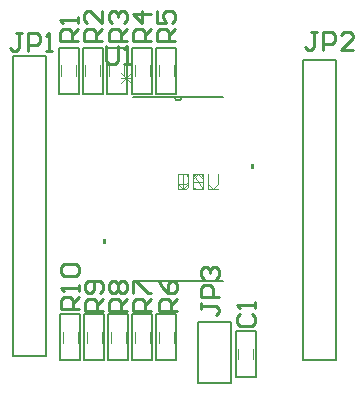
<source format=gto>
%FSTAX24Y24*%
%MOIN*%
G70*
G01*
G75*
%ADD10R,0.0550X0.0500*%
%ADD11R,0.1030X0.0240*%
%ADD12C,0.0150*%
%ADD13C,0.0500*%
%ADD14C,0.0400*%
%ADD15C,0.0300*%
%ADD16C,0.0071*%
%ADD17O,0.0850X0.0600*%
%ADD18R,0.0850X0.0600*%
%ADD19R,0.1360X0.1360*%
%ADD20C,0.1360*%
%ADD21C,0.0060*%
%ADD22C,0.0040*%
%ADD23C,0.0050*%
%ADD24C,0.0070*%
%ADD25C,0.0100*%
%ADD26C,0.0030*%
G36*
X029335Y028625D02*
X029235D01*
Y028775D01*
X029335D01*
Y028625D01*
D02*
G37*
G36*
X034265Y031125D02*
X034165D01*
Y031275D01*
X034265D01*
Y031125D01*
D02*
G37*
D21*
X03163Y03352D02*
G03*
X03187Y03352I00012J0D01*
G01*
X030255D02*
X033245D01*
X030255Y02738D02*
X033245D01*
D22*
X03375Y02478D02*
Y02512D01*
X03425Y02478D02*
Y02512D01*
X0316Y03423D02*
Y03457D01*
X0311Y03423D02*
Y03457D01*
X0308Y03423D02*
Y03457D01*
X0303Y03423D02*
Y03457D01*
X02995Y03423D02*
Y03457D01*
X02945Y03423D02*
Y03457D01*
X02915Y03423D02*
Y03457D01*
X02865Y03423D02*
Y03457D01*
X02835Y03423D02*
Y03457D01*
X02785Y03423D02*
Y03457D01*
X0311Y02533D02*
Y02567D01*
X0316Y02533D02*
Y02567D01*
X0303Y02533D02*
Y02567D01*
X0308Y02533D02*
Y02567D01*
X0295Y02533D02*
Y02567D01*
X03Y02533D02*
Y02567D01*
X0287Y02533D02*
Y02567D01*
X0292Y02533D02*
Y02567D01*
X0279Y02533D02*
Y02567D01*
X0284Y02533D02*
Y02567D01*
D23*
X03434Y02418D02*
Y02571D01*
X03367D02*
X03434D01*
X03367Y02418D02*
Y02571D01*
Y02418D02*
X03434D01*
X03102Y03363D02*
X03169D01*
X03102D02*
Y03516D01*
X03169D01*
Y03363D02*
Y03516D01*
X03022Y03363D02*
X03089D01*
X03022D02*
Y03516D01*
X03089D01*
Y03363D02*
Y03516D01*
X02937Y03363D02*
X03004D01*
X02937D02*
Y03516D01*
X03004D01*
Y03363D02*
Y03516D01*
X02857Y03363D02*
X02924D01*
X02857D02*
Y03516D01*
X02924D01*
Y03363D02*
Y03516D01*
X02777Y03363D02*
X02844D01*
X02777D02*
Y03516D01*
X02844D01*
Y03363D02*
Y03516D01*
X03101Y02627D02*
X03168D01*
Y02474D02*
Y02627D01*
X03101Y02474D02*
X03168D01*
X03101D02*
Y02627D01*
X03021D02*
X03088D01*
Y02474D02*
Y02627D01*
X03021Y02474D02*
X03088D01*
X03021D02*
Y02627D01*
X02941D02*
X03008D01*
Y02474D02*
Y02627D01*
X02941Y02474D02*
X03008D01*
X02941D02*
Y02627D01*
X02861D02*
X02928D01*
Y02474D02*
Y02627D01*
X02861Y02474D02*
X02928D01*
X02861D02*
Y02627D01*
X02781D02*
X02848D01*
Y02474D02*
Y02627D01*
X02781Y02474D02*
X02848D01*
X02781D02*
Y02627D01*
D24*
X0324Y024D02*
X0335D01*
X0324D02*
Y026014D01*
X0335Y024D02*
Y026014D01*
X0324D02*
X0335D01*
X02625Y024902D02*
X02735D01*
X02625D02*
Y0349D01*
X02735Y024902D02*
Y0349D01*
X02625D02*
X02735D01*
X0359Y024752D02*
X037D01*
X0359D02*
Y03475D01*
X037Y024752D02*
Y03475D01*
X0359D02*
X037D01*
D25*
X0338Y0263D02*
X0337Y0262D01*
Y026D01*
X0338Y0259D01*
X0342D01*
X0343Y026D01*
Y0262D01*
X0342Y0263D01*
X0343Y0265D02*
Y0267D01*
Y0266D01*
X0337D01*
X0338Y0265D01*
X0325Y02665D02*
Y02645D01*
Y02655D01*
X033D01*
X0331Y02645D01*
Y02635D01*
X033Y02625D01*
X0331Y02685D02*
X0325D01*
Y02715D01*
X0326Y02725D01*
X0328D01*
X0329Y02715D01*
Y02685D01*
X0326Y02745D02*
X0325Y02755D01*
Y02775D01*
X0326Y027849D01*
X0327D01*
X0328Y02775D01*
Y02765D01*
Y02775D01*
X0329Y027849D01*
X033D01*
X0331Y02775D01*
Y02755D01*
X033Y02745D01*
X02845Y02645D02*
X02785D01*
Y02675D01*
X02795Y02685D01*
X02815D01*
X02825Y02675D01*
Y02645D01*
Y02665D02*
X02845Y02685D01*
Y02705D02*
Y02725D01*
Y02715D01*
X02785D01*
X02795Y02705D01*
Y02755D02*
X02785Y02765D01*
Y02785D01*
X02795Y02795D01*
X02835D01*
X02845Y02785D01*
Y02765D01*
X02835Y02755D01*
X02795D01*
X02925Y0264D02*
X02865D01*
Y0267D01*
X02875Y0268D01*
X02895D01*
X02905Y0267D01*
Y0264D01*
Y0266D02*
X02925Y0268D01*
X02915Y027D02*
X02925Y0271D01*
Y0273D01*
X02915Y0274D01*
X02875D01*
X02865Y0273D01*
Y0271D01*
X02875Y027D01*
X02885D01*
X02895Y0271D01*
Y0274D01*
X03005Y0264D02*
X02945D01*
Y0267D01*
X02955Y0268D01*
X02975D01*
X02985Y0267D01*
Y0264D01*
Y0266D02*
X03005Y0268D01*
X02955Y027D02*
X02945Y0271D01*
Y0273D01*
X02955Y0274D01*
X02965D01*
X02975Y0273D01*
X02985Y0274D01*
X02995D01*
X03005Y0273D01*
Y0271D01*
X02995Y027D01*
X02985D01*
X02975Y0271D01*
X02965Y027D01*
X02955D01*
X02975Y0271D02*
Y0273D01*
X03085Y0264D02*
X03025D01*
Y0267D01*
X03035Y0268D01*
X03055D01*
X03065Y0267D01*
Y0264D01*
Y0266D02*
X03085Y0268D01*
X03025Y027D02*
Y0274D01*
X03035D01*
X03075Y027D01*
X03085D01*
X0317Y0264D02*
X0311D01*
Y0267D01*
X0312Y0268D01*
X0314D01*
X0315Y0267D01*
Y0264D01*
Y0266D02*
X0317Y0268D01*
X0311Y0274D02*
X0312Y0272D01*
X0314Y027D01*
X0316D01*
X0317Y0271D01*
Y0273D01*
X0316Y0274D01*
X0315D01*
X0314Y0273D01*
Y027D01*
X03165Y0354D02*
X03105D01*
Y0357D01*
X03115Y0358D01*
X03135D01*
X03145Y0357D01*
Y0354D01*
Y0356D02*
X03165Y0358D01*
X03105Y0364D02*
Y036D01*
X03135D01*
X03125Y0362D01*
Y0363D01*
X03135Y0364D01*
X03155D01*
X03165Y0363D01*
Y0361D01*
X03155Y036D01*
X03085Y0354D02*
X03025D01*
Y0357D01*
X03035Y0358D01*
X03055D01*
X03065Y0357D01*
Y0354D01*
Y0356D02*
X03085Y0358D01*
Y0363D02*
X03025D01*
X03055Y036D01*
Y0364D01*
X03005Y0354D02*
X02945D01*
Y0357D01*
X02955Y0358D01*
X02975D01*
X02985Y0357D01*
Y0354D01*
Y0356D02*
X03005Y0358D01*
X02955Y036D02*
X02945Y0361D01*
Y0363D01*
X02955Y0364D01*
X02965D01*
X02975Y0363D01*
Y0362D01*
Y0363D01*
X02985Y0364D01*
X02995D01*
X03005Y0363D01*
Y0361D01*
X02995Y036D01*
X0292Y0354D02*
X0286D01*
Y0357D01*
X0287Y0358D01*
X0289D01*
X029Y0357D01*
Y0354D01*
Y0356D02*
X0292Y0358D01*
Y0364D02*
Y036D01*
X0288Y0364D01*
X0287D01*
X0286Y0363D01*
Y0361D01*
X0287Y036D01*
X0284Y0354D02*
X0278D01*
Y0357D01*
X0279Y0358D01*
X0281D01*
X0282Y0357D01*
Y0354D01*
Y0356D02*
X0284Y0358D01*
Y036D02*
Y0362D01*
Y0361D01*
X0278D01*
X0279Y036D01*
X029335Y035235D02*
Y034735D01*
X029435Y034635D01*
X029635D01*
X029735Y034735D01*
Y035235D01*
X029935Y034635D02*
X030135D01*
X030035D01*
Y035235D01*
X029935Y035135D01*
X036365Y035685D02*
X036165D01*
X036265D01*
Y035185D01*
X036165Y035085D01*
X036065D01*
X035965Y035185D01*
X036565Y035085D02*
Y035685D01*
X036865D01*
X036965Y035585D01*
Y035385D01*
X036865Y035285D01*
X036565D01*
X037564Y035085D02*
X037165D01*
X037564Y035485D01*
Y035585D01*
X037465Y035685D01*
X037265D01*
X037165Y035585D01*
X02655Y03565D02*
X02635D01*
X02645D01*
Y03515D01*
X02635Y03505D01*
X02625D01*
X02615Y03515D01*
X02675Y03505D02*
Y03565D01*
X02705D01*
X02715Y03555D01*
Y03535D01*
X02705Y03525D01*
X02675D01*
X02735Y03505D02*
X02755D01*
X02745D01*
Y03565D01*
X02735Y03555D01*
D26*
X03175Y03095D02*
X032083D01*
X031917D01*
Y03045D01*
X0325Y03095D02*
X032333D01*
X03225Y030867D01*
Y030533D01*
X032333Y03045D01*
X0325D01*
X032583Y030533D01*
Y030867D01*
X0325Y03095D01*
X03275D02*
Y03045D01*
X033083D01*
X03175Y03095D02*
Y030617D01*
X031917Y03045D01*
X032083Y030617D01*
Y03095D01*
X03225Y03045D02*
Y030783D01*
X032416Y03095D01*
X032583Y030783D01*
Y03045D01*
Y0307D01*
X03225D01*
X03275Y03095D02*
Y03045D01*
X033083D01*
X03175Y03095D02*
Y03045D01*
X032D01*
X032083Y030533D01*
Y030867D01*
X032Y03095D01*
X03175D01*
X032583D02*
X03225D01*
Y03045D01*
X032583D01*
X03225Y0307D02*
X032416D01*
X03275Y03095D02*
Y030617D01*
X032916Y03045D01*
X033083Y030617D01*
Y03095D01*
X03175Y03045D02*
Y03095D01*
X032D01*
X032083Y030867D01*
Y0307D01*
X032Y030617D01*
X03175D01*
X03225Y03045D02*
Y03095D01*
X032583Y03045D01*
Y03095D01*
X02985Y034307D02*
X030183Y033973D01*
X02985D02*
X030183Y034307D01*
X02985Y03414D02*
X030183D01*
X030017Y033973D02*
Y034307D01*
M02*

</source>
